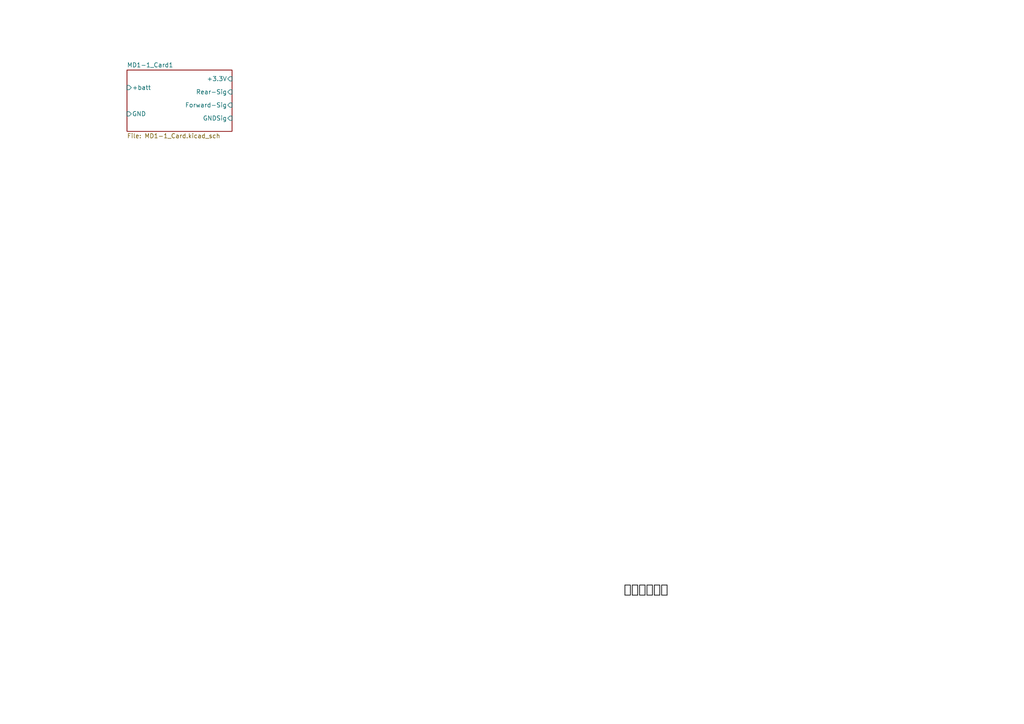
<source format=kicad_sch>
(kicad_sch
	(version 20231120)
	(generator "eeschema")
	(generator_version "8.0")
	(uuid "827c0169-a46b-46ca-a947-42199d87b183")
	(paper "A4")
	(lib_symbols)
	(text_box "コピ丼の試作"
		(exclude_from_sim no)
		(at 179.07 167.64 0)
		(size 85.09 11.43)
		(stroke
			(width -0.0001)
			(type default)
		)
		(fill
			(type none)
		)
		(effects
			(font
				(face "ＭＳ Ｐゴシック")
				(size 2.54 2.54)
				(color 0 0 0 1)
			)
			(justify left top)
		)
		(uuid "3ebeea8e-a78b-4e01-8a02-33252f4261f7")
	)
	(sheet
		(at 36.83 20.32)
		(size 30.48 17.78)
		(fields_autoplaced yes)
		(stroke
			(width 0.1524)
			(type solid)
		)
		(fill
			(color 0 0 0 0.0000)
		)
		(uuid "ee28bde7-59f3-4c8b-89de-cd3cf2e9f39a")
		(property "Sheetname" "MD1-1_Card1"
			(at 36.83 19.6084 0)
			(effects
				(font
					(size 1.27 1.27)
				)
				(justify left bottom)
			)
		)
		(property "Sheetfile" "MD1-1_Card.kicad_sch"
			(at 36.83 38.6846 0)
			(effects
				(font
					(size 1.27 1.27)
				)
				(justify left top)
			)
		)
		(pin "+batt" input
			(at 36.83 25.4 180)
			(effects
				(font
					(size 1.27 1.27)
				)
				(justify left)
			)
			(uuid "6fb50b00-fb62-48fc-81cc-abe463ee4ef4")
		)
		(pin "GNDSig" input
			(at 67.31 34.29 0)
			(effects
				(font
					(size 1.27 1.27)
				)
				(justify right)
			)
			(uuid "7fcf234d-7e0a-4c63-bd5a-cf60a6894676")
		)
		(pin "GND" input
			(at 36.83 33.02 180)
			(effects
				(font
					(size 1.27 1.27)
				)
				(justify left)
			)
			(uuid "2b101bf1-fa30-4103-9c05-45653660e451")
		)
		(pin "+3.3V" input
			(at 67.31 22.86 0)
			(effects
				(font
					(size 1.27 1.27)
				)
				(justify right)
			)
			(uuid "b7dd9882-0495-4eb8-ac98-6347cdd3b296")
		)
		(pin "Rear-Sig" input
			(at 67.31 26.67 0)
			(effects
				(font
					(size 1.27 1.27)
				)
				(justify right)
			)
			(uuid "041f1dc7-35c7-4fb3-b47f-650f558c65f7")
		)
		(pin "Forward-Sig" input
			(at 67.31 30.48 0)
			(effects
				(font
					(size 1.27 1.27)
				)
				(justify right)
			)
			(uuid "1388f671-6053-4caf-b41c-f5c836212087")
		)
		(instances
			(project "MD1-1"
				(path "/827c0169-a46b-46ca-a947-42199d87b183"
					(page "2")
				)
			)
		)
	)
	(sheet_instances
		(path "/"
			(page "1")
		)
	)
)

</source>
